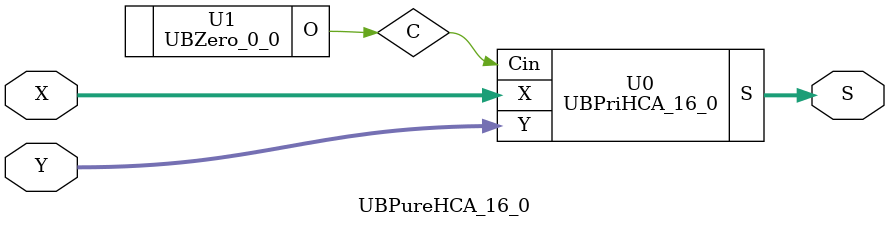
<source format=v>
/*----------------------------------------------------------------------------
  Copyright (c) 2021 Homma laboratory. All rights reserved.

  Top module: UBHCA_16_0_16_0

  Operand-1 length: 17
  Operand-2 length: 17
  Two-operand addition algorithm: Han-Carlson adder
----------------------------------------------------------------------------*/

module GPGenerator(Go, Po, A, B);
  output Go;
  output Po;
  input A;
  input B;
  assign Go = A & B;
  assign Po = A ^ B;
endmodule

module CarryOperator(Go, Po, Gi1, Pi1, Gi2, Pi2);
  output Go;
  output Po;
  input Gi1;
  input Gi2;
  input Pi1;
  input Pi2;
  assign Go = Gi1 | ( Gi2 & Pi1 );
  assign Po = Pi1 & Pi2;
endmodule

module UBPriHCA_16_0(S, X, Y, Cin);
  output [17:0] S;
  input Cin;
  input [16:0] X;
  input [16:0] Y;
  wire [16:0] G0;
  wire [16:0] G1;
  wire [16:0] G2;
  wire [16:0] G3;
  wire [16:0] G4;
  wire [16:0] G5;
  wire [16:0] G6;
  wire [16:0] P0;
  wire [16:0] P1;
  wire [16:0] P2;
  wire [16:0] P3;
  wire [16:0] P4;
  wire [16:0] P5;
  wire [16:0] P6;
  assign P1[0] = P0[0];
  assign G1[0] = G0[0];
  assign P1[2] = P0[2];
  assign G1[2] = G0[2];
  assign P1[4] = P0[4];
  assign G1[4] = G0[4];
  assign P1[6] = P0[6];
  assign G1[6] = G0[6];
  assign P1[8] = P0[8];
  assign G1[8] = G0[8];
  assign P1[10] = P0[10];
  assign G1[10] = G0[10];
  assign P1[12] = P0[12];
  assign G1[12] = G0[12];
  assign P1[14] = P0[14];
  assign G1[14] = G0[14];
  assign P1[16] = P0[16];
  assign G1[16] = G0[16];
  assign P2[0] = P1[0];
  assign G2[0] = G1[0];
  assign P2[1] = P1[1];
  assign G2[1] = G1[1];
  assign P2[2] = P1[2];
  assign G2[2] = G1[2];
  assign P2[4] = P1[4];
  assign G2[4] = G1[4];
  assign P2[6] = P1[6];
  assign G2[6] = G1[6];
  assign P2[8] = P1[8];
  assign G2[8] = G1[8];
  assign P2[10] = P1[10];
  assign G2[10] = G1[10];
  assign P2[12] = P1[12];
  assign G2[12] = G1[12];
  assign P2[14] = P1[14];
  assign G2[14] = G1[14];
  assign P2[16] = P1[16];
  assign G2[16] = G1[16];
  assign P3[0] = P2[0];
  assign G3[0] = G2[0];
  assign P3[1] = P2[1];
  assign G3[1] = G2[1];
  assign P3[2] = P2[2];
  assign G3[2] = G2[2];
  assign P3[3] = P2[3];
  assign G3[3] = G2[3];
  assign P3[4] = P2[4];
  assign G3[4] = G2[4];
  assign P3[6] = P2[6];
  assign G3[6] = G2[6];
  assign P3[8] = P2[8];
  assign G3[8] = G2[8];
  assign P3[10] = P2[10];
  assign G3[10] = G2[10];
  assign P3[12] = P2[12];
  assign G3[12] = G2[12];
  assign P3[14] = P2[14];
  assign G3[14] = G2[14];
  assign P3[16] = P2[16];
  assign G3[16] = G2[16];
  assign P4[0] = P3[0];
  assign G4[0] = G3[0];
  assign P4[1] = P3[1];
  assign G4[1] = G3[1];
  assign P4[2] = P3[2];
  assign G4[2] = G3[2];
  assign P4[3] = P3[3];
  assign G4[3] = G3[3];
  assign P4[4] = P3[4];
  assign G4[4] = G3[4];
  assign P4[5] = P3[5];
  assign G4[5] = G3[5];
  assign P4[6] = P3[6];
  assign G4[6] = G3[6];
  assign P4[7] = P3[7];
  assign G4[7] = G3[7];
  assign P4[8] = P3[8];
  assign G4[8] = G3[8];
  assign P4[10] = P3[10];
  assign G4[10] = G3[10];
  assign P4[12] = P3[12];
  assign G4[12] = G3[12];
  assign P4[14] = P3[14];
  assign G4[14] = G3[14];
  assign P4[16] = P3[16];
  assign G4[16] = G3[16];
  assign P5[0] = P4[0];
  assign G5[0] = G4[0];
  assign P5[1] = P4[1];
  assign G5[1] = G4[1];
  assign P5[2] = P4[2];
  assign G5[2] = G4[2];
  assign P5[3] = P4[3];
  assign G5[3] = G4[3];
  assign P5[4] = P4[4];
  assign G5[4] = G4[4];
  assign P5[5] = P4[5];
  assign G5[5] = G4[5];
  assign P5[6] = P4[6];
  assign G5[6] = G4[6];
  assign P5[7] = P4[7];
  assign G5[7] = G4[7];
  assign P5[8] = P4[8];
  assign G5[8] = G4[8];
  assign P5[9] = P4[9];
  assign G5[9] = G4[9];
  assign P5[10] = P4[10];
  assign G5[10] = G4[10];
  assign P5[11] = P4[11];
  assign G5[11] = G4[11];
  assign P5[12] = P4[12];
  assign G5[12] = G4[12];
  assign P5[13] = P4[13];
  assign G5[13] = G4[13];
  assign P5[14] = P4[14];
  assign G5[14] = G4[14];
  assign P5[15] = P4[15];
  assign G5[15] = G4[15];
  assign P5[16] = P4[16];
  assign G5[16] = G4[16];
  assign P6[0] = P5[0];
  assign G6[0] = G5[0];
  assign P6[1] = P5[1];
  assign G6[1] = G5[1];
  assign P6[3] = P5[3];
  assign G6[3] = G5[3];
  assign P6[5] = P5[5];
  assign G6[5] = G5[5];
  assign P6[7] = P5[7];
  assign G6[7] = G5[7];
  assign P6[9] = P5[9];
  assign G6[9] = G5[9];
  assign P6[11] = P5[11];
  assign G6[11] = G5[11];
  assign P6[13] = P5[13];
  assign G6[13] = G5[13];
  assign P6[15] = P5[15];
  assign G6[15] = G5[15];
  assign S[0] = Cin ^ P0[0];
  assign S[1] = ( G6[0] | ( P6[0] & Cin ) ) ^ P0[1];
  assign S[2] = ( G6[1] | ( P6[1] & Cin ) ) ^ P0[2];
  assign S[3] = ( G6[2] | ( P6[2] & Cin ) ) ^ P0[3];
  assign S[4] = ( G6[3] | ( P6[3] & Cin ) ) ^ P0[4];
  assign S[5] = ( G6[4] | ( P6[4] & Cin ) ) ^ P0[5];
  assign S[6] = ( G6[5] | ( P6[5] & Cin ) ) ^ P0[6];
  assign S[7] = ( G6[6] | ( P6[6] & Cin ) ) ^ P0[7];
  assign S[8] = ( G6[7] | ( P6[7] & Cin ) ) ^ P0[8];
  assign S[9] = ( G6[8] | ( P6[8] & Cin ) ) ^ P0[9];
  assign S[10] = ( G6[9] | ( P6[9] & Cin ) ) ^ P0[10];
  assign S[11] = ( G6[10] | ( P6[10] & Cin ) ) ^ P0[11];
  assign S[12] = ( G6[11] | ( P6[11] & Cin ) ) ^ P0[12];
  assign S[13] = ( G6[12] | ( P6[12] & Cin ) ) ^ P0[13];
  assign S[14] = ( G6[13] | ( P6[13] & Cin ) ) ^ P0[14];
  assign S[15] = ( G6[14] | ( P6[14] & Cin ) ) ^ P0[15];
  assign S[16] = ( G6[15] | ( P6[15] & Cin ) ) ^ P0[16];
  assign S[17] = G6[16] | ( P6[16] & Cin );
  GPGenerator U0 (G0[0], P0[0], X[0], Y[0]);
  GPGenerator U1 (G0[1], P0[1], X[1], Y[1]);
  GPGenerator U2 (G0[2], P0[2], X[2], Y[2]);
  GPGenerator U3 (G0[3], P0[3], X[3], Y[3]);
  GPGenerator U4 (G0[4], P0[4], X[4], Y[4]);
  GPGenerator U5 (G0[5], P0[5], X[5], Y[5]);
  GPGenerator U6 (G0[6], P0[6], X[6], Y[6]);
  GPGenerator U7 (G0[7], P0[7], X[7], Y[7]);
  GPGenerator U8 (G0[8], P0[8], X[8], Y[8]);
  GPGenerator U9 (G0[9], P0[9], X[9], Y[9]);
  GPGenerator U10 (G0[10], P0[10], X[10], Y[10]);
  GPGenerator U11 (G0[11], P0[11], X[11], Y[11]);
  GPGenerator U12 (G0[12], P0[12], X[12], Y[12]);
  GPGenerator U13 (G0[13], P0[13], X[13], Y[13]);
  GPGenerator U14 (G0[14], P0[14], X[14], Y[14]);
  GPGenerator U15 (G0[15], P0[15], X[15], Y[15]);
  GPGenerator U16 (G0[16], P0[16], X[16], Y[16]);
  CarryOperator U17 (G1[1], P1[1], G0[1], P0[1], G0[0], P0[0]);
  CarryOperator U18 (G1[3], P1[3], G0[3], P0[3], G0[2], P0[2]);
  CarryOperator U19 (G1[5], P1[5], G0[5], P0[5], G0[4], P0[4]);
  CarryOperator U20 (G1[7], P1[7], G0[7], P0[7], G0[6], P0[6]);
  CarryOperator U21 (G1[9], P1[9], G0[9], P0[9], G0[8], P0[8]);
  CarryOperator U22 (G1[11], P1[11], G0[11], P0[11], G0[10], P0[10]);
  CarryOperator U23 (G1[13], P1[13], G0[13], P0[13], G0[12], P0[12]);
  CarryOperator U24 (G1[15], P1[15], G0[15], P0[15], G0[14], P0[14]);
  CarryOperator U25 (G2[3], P2[3], G1[3], P1[3], G1[1], P1[1]);
  CarryOperator U26 (G2[5], P2[5], G1[5], P1[5], G1[3], P1[3]);
  CarryOperator U27 (G2[7], P2[7], G1[7], P1[7], G1[5], P1[5]);
  CarryOperator U28 (G2[9], P2[9], G1[9], P1[9], G1[7], P1[7]);
  CarryOperator U29 (G2[11], P2[11], G1[11], P1[11], G1[9], P1[9]);
  CarryOperator U30 (G2[13], P2[13], G1[13], P1[13], G1[11], P1[11]);
  CarryOperator U31 (G2[15], P2[15], G1[15], P1[15], G1[13], P1[13]);
  CarryOperator U32 (G3[5], P3[5], G2[5], P2[5], G2[1], P2[1]);
  CarryOperator U33 (G3[7], P3[7], G2[7], P2[7], G2[3], P2[3]);
  CarryOperator U34 (G3[9], P3[9], G2[9], P2[9], G2[5], P2[5]);
  CarryOperator U35 (G3[11], P3[11], G2[11], P2[11], G2[7], P2[7]);
  CarryOperator U36 (G3[13], P3[13], G2[13], P2[13], G2[9], P2[9]);
  CarryOperator U37 (G3[15], P3[15], G2[15], P2[15], G2[11], P2[11]);
  CarryOperator U38 (G4[9], P4[9], G3[9], P3[9], G3[1], P3[1]);
  CarryOperator U39 (G4[11], P4[11], G3[11], P3[11], G3[3], P3[3]);
  CarryOperator U40 (G4[13], P4[13], G3[13], P3[13], G3[5], P3[5]);
  CarryOperator U41 (G4[15], P4[15], G3[15], P3[15], G3[7], P3[7]);
  CarryOperator U42 (G6[2], P6[2], G5[2], P5[2], G5[1], P5[1]);
  CarryOperator U43 (G6[4], P6[4], G5[4], P5[4], G5[3], P5[3]);
  CarryOperator U44 (G6[6], P6[6], G5[6], P5[6], G5[5], P5[5]);
  CarryOperator U45 (G6[8], P6[8], G5[8], P5[8], G5[7], P5[7]);
  CarryOperator U46 (G6[10], P6[10], G5[10], P5[10], G5[9], P5[9]);
  CarryOperator U47 (G6[12], P6[12], G5[12], P5[12], G5[11], P5[11]);
  CarryOperator U48 (G6[14], P6[14], G5[14], P5[14], G5[13], P5[13]);
  CarryOperator U49 (G6[16], P6[16], G5[16], P5[16], G5[15], P5[15]);
endmodule

module UBZero_0_0(O);
  output [0:0] O;
  assign O[0] = 0;
endmodule

module UBHCA_16_0_16_0 (S, X, Y);
  output [17:0] S;
  input [16:0] X;
  input [16:0] Y;
  UBPureHCA_16_0 U0 (S[17:0], X[16:0], Y[16:0]);
endmodule

module UBPureHCA_16_0 (S, X, Y);
  output [17:0] S;
  input [16:0] X;
  input [16:0] Y;
  wire C;
  UBPriHCA_16_0 U0 (S, X, Y, C);
  UBZero_0_0 U1 (C);
endmodule


</source>
